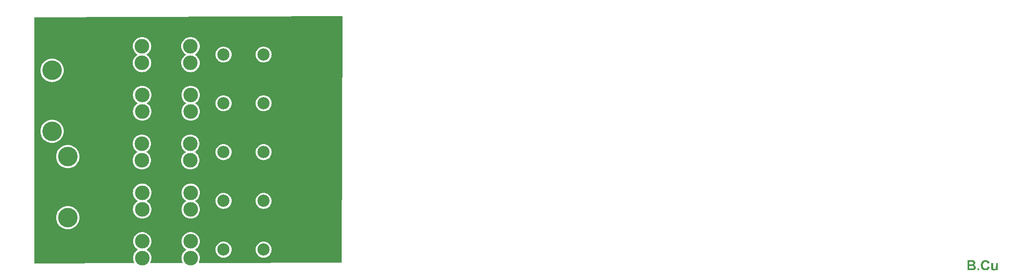
<source format=gbr>
%TF.GenerationSoftware,KiCad,Pcbnew,8.0.2-1*%
%TF.CreationDate,2024-10-12T14:19:07-07:00*%
%TF.ProjectId,PowerDistribution,506f7765-7244-4697-9374-726962757469,R2*%
%TF.SameCoordinates,Original*%
%TF.FileFunction,Copper,L2,Bot*%
%TF.FilePolarity,Positive*%
%FSLAX46Y46*%
G04 Gerber Fmt 4.6, Leading zero omitted, Abs format (unit mm)*
G04 Created by KiCad (PCBNEW 8.0.2-1) date 2024-10-12 14:19:07*
%MOMM*%
%LPD*%
G01*
G04 APERTURE LIST*
%ADD10C,0.300000*%
%TA.AperFunction,NonConductor*%
%ADD11C,0.300000*%
%TD*%
%TA.AperFunction,ComponentPad*%
%ADD12C,3.000000*%
%TD*%
%TA.AperFunction,ComponentPad*%
%ADD13C,4.000000*%
%TD*%
%TA.AperFunction,ComponentPad*%
%ADD14C,2.500000*%
%TD*%
G04 APERTURE END LIST*
D10*
D11*
G36*
X366252608Y-103254943D02*
G01*
X366352713Y-103258526D01*
X366456122Y-103266668D01*
X366514147Y-103274790D01*
X366613960Y-103301239D01*
X366704083Y-103344978D01*
X366728053Y-103360650D01*
X366804484Y-103425898D01*
X366868755Y-103507866D01*
X366884884Y-103534356D01*
X366925694Y-103626686D01*
X366945699Y-103727863D01*
X366947915Y-103777543D01*
X366937027Y-103883628D01*
X366904364Y-103983012D01*
X366870492Y-104045546D01*
X366804678Y-104128529D01*
X366723369Y-104194344D01*
X366660556Y-104228681D01*
X366758933Y-104265475D01*
X366852125Y-104320631D01*
X366928354Y-104390811D01*
X366947915Y-104414795D01*
X367001044Y-104501502D01*
X367034496Y-104597224D01*
X367048270Y-104701961D01*
X367048664Y-104723990D01*
X367039521Y-104827911D01*
X367012093Y-104929738D01*
X366983648Y-104996460D01*
X366928257Y-105088004D01*
X366859604Y-105164613D01*
X366806469Y-105207388D01*
X366714948Y-105258057D01*
X366618056Y-105289544D01*
X366529533Y-105304663D01*
X366424078Y-105311231D01*
X366321063Y-105314434D01*
X366210535Y-105316574D01*
X366102754Y-105317931D01*
X366031246Y-105318560D01*
X365334439Y-105318560D01*
X365334439Y-104969163D01*
X365747362Y-104969163D01*
X366130010Y-104969163D01*
X366231473Y-104968388D01*
X366337657Y-104964789D01*
X366413398Y-104956756D01*
X366510771Y-104920510D01*
X366563281Y-104876355D01*
X366611765Y-104784931D01*
X366621348Y-104704635D01*
X366605602Y-104606580D01*
X366576681Y-104550781D01*
X366500957Y-104482364D01*
X366447643Y-104458469D01*
X366346410Y-104439510D01*
X366238035Y-104432047D01*
X366132085Y-104429445D01*
X366080876Y-104429187D01*
X365747362Y-104429187D01*
X365747362Y-104969163D01*
X365334439Y-104969163D01*
X365334439Y-104079791D01*
X365747362Y-104079791D01*
X366018342Y-104079791D01*
X366127528Y-104079357D01*
X366231907Y-104077593D01*
X366318108Y-104072843D01*
X366418068Y-104045546D01*
X366484866Y-103998894D01*
X366535836Y-103912756D01*
X366545911Y-103838092D01*
X366527364Y-103737119D01*
X366493303Y-103682750D01*
X366408195Y-103626528D01*
X366337960Y-103610290D01*
X366229666Y-103605303D01*
X366116114Y-103603776D01*
X366002608Y-103603348D01*
X365984594Y-103603342D01*
X365747362Y-103603342D01*
X365747362Y-104079791D01*
X365334439Y-104079791D01*
X365334439Y-103253945D01*
X366152344Y-103253945D01*
X366252608Y-103254943D01*
G37*
G36*
X367382675Y-105318560D02*
G01*
X367382675Y-104937400D01*
X367775249Y-104937400D01*
X367775249Y-105318560D01*
X367382675Y-105318560D01*
G37*
G36*
X369485008Y-104524477D02*
G01*
X369885523Y-104651530D01*
X369853695Y-104753052D01*
X369815905Y-104846067D01*
X369762689Y-104946457D01*
X369700887Y-105034599D01*
X369630502Y-105110493D01*
X369578809Y-105154284D01*
X369494529Y-105210112D01*
X369402118Y-105254389D01*
X369301576Y-105287116D01*
X369192903Y-105308292D01*
X369076100Y-105317918D01*
X369035359Y-105318560D01*
X368935757Y-105314248D01*
X368817624Y-105296732D01*
X368706567Y-105265742D01*
X368602586Y-105221279D01*
X368505681Y-105163341D01*
X368415852Y-105091930D01*
X368365352Y-105042616D01*
X368289860Y-104951440D01*
X368227163Y-104850377D01*
X368177261Y-104739426D01*
X368146553Y-104643547D01*
X368124033Y-104541340D01*
X368109702Y-104432805D01*
X368103560Y-104317942D01*
X368103305Y-104288238D01*
X368107422Y-104165217D01*
X368119776Y-104049269D01*
X368140364Y-103940392D01*
X368169189Y-103838589D01*
X368206248Y-103743857D01*
X368264154Y-103635388D01*
X368334928Y-103537969D01*
X368366841Y-103502096D01*
X368453398Y-103421457D01*
X368548049Y-103354485D01*
X368650794Y-103301181D01*
X368761633Y-103261545D01*
X368880566Y-103235576D01*
X368981540Y-103224642D01*
X369060670Y-103222182D01*
X369174623Y-103227925D01*
X369281670Y-103245155D01*
X369381810Y-103273872D01*
X369475043Y-103314075D01*
X369561370Y-103365765D01*
X369640790Y-103428942D01*
X369670625Y-103457429D01*
X369736012Y-103534728D01*
X369792715Y-103627164D01*
X369835205Y-103720463D01*
X369871045Y-103825351D01*
X369880064Y-103857448D01*
X369471111Y-103920975D01*
X369436879Y-103817775D01*
X369383997Y-103730645D01*
X369319739Y-103665379D01*
X369234715Y-103611975D01*
X369137961Y-103580739D01*
X369039825Y-103571578D01*
X368931508Y-103581690D01*
X368833860Y-103612027D01*
X368746884Y-103662588D01*
X368670577Y-103733373D01*
X368608695Y-103826832D01*
X368569051Y-103929220D01*
X368545845Y-104032292D01*
X368532585Y-104149497D01*
X368529131Y-104257963D01*
X368532536Y-104372757D01*
X368542750Y-104476743D01*
X368563996Y-104587259D01*
X368595048Y-104682212D01*
X368643669Y-104773319D01*
X368668592Y-104805880D01*
X368743565Y-104877316D01*
X368829021Y-104928342D01*
X368924963Y-104958958D01*
X369031388Y-104969163D01*
X369139215Y-104956496D01*
X369236134Y-104918494D01*
X369314776Y-104861962D01*
X369382368Y-104782942D01*
X369432013Y-104691269D01*
X369467242Y-104593436D01*
X369485008Y-104524477D01*
G37*
G36*
X371201218Y-105318560D02*
G01*
X371201218Y-105096713D01*
X371133357Y-105178486D01*
X371051118Y-105245882D01*
X370988305Y-105282826D01*
X370896067Y-105321254D01*
X370791297Y-105344984D01*
X370709880Y-105350323D01*
X370602469Y-105341040D01*
X370503574Y-105313193D01*
X370442373Y-105284315D01*
X370356810Y-105221919D01*
X370292870Y-105141994D01*
X370270653Y-105099194D01*
X370238293Y-104996716D01*
X370222735Y-104891804D01*
X370217601Y-104782217D01*
X370217549Y-104769154D01*
X370217549Y-103825685D01*
X370609627Y-103825685D01*
X370609627Y-104519018D01*
X370610377Y-104629662D01*
X370613149Y-104736871D01*
X370619714Y-104840094D01*
X370630968Y-104909111D01*
X370680563Y-104996718D01*
X370709880Y-105022764D01*
X370803349Y-105060382D01*
X370855296Y-105064453D01*
X370955932Y-105048625D01*
X371034957Y-105008371D01*
X371108833Y-104936799D01*
X371144144Y-104869407D01*
X371163102Y-104761936D01*
X371169965Y-104656309D01*
X371172968Y-104539203D01*
X371173425Y-104461943D01*
X371173425Y-103825685D01*
X371565504Y-103825685D01*
X371565504Y-105318560D01*
X371201218Y-105318560D01*
G37*
D12*
%TO.P,F1,1*%
%TO.N,/Fuse1*%
X206373370Y-102783471D03*
X206373370Y-99383471D03*
%TO.P,F1,2*%
%TO.N,+BATT*%
X196453370Y-102783471D03*
X196453370Y-99383471D03*
%TD*%
D13*
%TO.P,J3,1,Pin_1*%
%TO.N,-BATT*%
X185494370Y-76831471D03*
X185494370Y-64331471D03*
%TO.P,J3,2,Pin_2*%
%TO.N,+BATT*%
X177994370Y-76831471D03*
X177994370Y-64331471D03*
%TD*%
D12*
%TO.P,F2,1*%
%TO.N,/Fuse2*%
X206363370Y-92823471D03*
X206363370Y-89423471D03*
%TO.P,F2,2*%
%TO.N,+BATT*%
X196443370Y-92823471D03*
X196443370Y-89423471D03*
%TD*%
D14*
%TO.P,J2,1,Pin_1*%
%TO.N,/Fuse1*%
X213093371Y-101083474D03*
X221293370Y-101083474D03*
%TO.P,J2,2,Pin_2*%
%TO.N,-BATT*%
X213093371Y-96083472D03*
X221293370Y-96083472D03*
%TO.P,J2,3,Pin_3*%
%TO.N,/Fuse2*%
X213093371Y-91083471D03*
X221293370Y-91083471D03*
%TO.P,J2,4,Pin_4*%
%TO.N,-BATT*%
X213093371Y-86083471D03*
X221293370Y-86083471D03*
%TO.P,J2,5,Pin_5*%
%TO.N,/Fuse3*%
X213093371Y-81083471D03*
X221293370Y-81083471D03*
%TO.P,J2,6,Pin_6*%
%TO.N,-BATT*%
X213093371Y-76083471D03*
X221293370Y-76083471D03*
%TO.P,J2,7,Pin_7*%
%TO.N,/Fuse4*%
X213093371Y-71083471D03*
X221293370Y-71083471D03*
%TO.P,J2,8,Pin_8*%
%TO.N,-BATT*%
X213093371Y-66083471D03*
X221293370Y-66083471D03*
%TO.P,J2,9,Pin_9*%
%TO.N,/Fuse5*%
X213093371Y-61083471D03*
X221293370Y-61083471D03*
%TO.P,J2,10,Pin_10*%
%TO.N,-BATT*%
X213093371Y-56083470D03*
X221293370Y-56083470D03*
%TD*%
D12*
%TO.P,F5,1*%
%TO.N,/Fuse5*%
X206323370Y-62803471D03*
X206323370Y-59403471D03*
%TO.P,F5,2*%
%TO.N,+BATT*%
X196403370Y-62803471D03*
X196403370Y-59403471D03*
%TD*%
%TO.P,F3,1*%
%TO.N,/Fuse3*%
X206293370Y-82763471D03*
X206293370Y-79363471D03*
%TO.P,F3,2*%
%TO.N,+BATT*%
X196373370Y-82763471D03*
X196373370Y-79363471D03*
%TD*%
%TO.P,F4,1*%
%TO.N,/Fuse4*%
X206363370Y-72773471D03*
X206363370Y-69373471D03*
%TO.P,F4,2*%
%TO.N,+BATT*%
X196443370Y-72773471D03*
X196443370Y-69373471D03*
%TD*%
D13*
%TO.P,J1,1,Pin_1*%
%TO.N,+BATT*%
X181210768Y-82019172D03*
X181210768Y-94519172D03*
%TO.P,J1,2,Pin_2*%
%TO.N,-BATT*%
X188710768Y-82019172D03*
X188710768Y-94519172D03*
%TD*%
%TA.AperFunction,Conductor*%
%TO.N,-BATT*%
G36*
X237405709Y-53253338D02*
G01*
X237451631Y-53305997D01*
X237462999Y-53358233D01*
X237313735Y-103630212D01*
X237293852Y-103697193D01*
X237240912Y-103742791D01*
X237190110Y-103753843D01*
X208148723Y-103841511D01*
X208081625Y-103822029D01*
X208035711Y-103769364D01*
X208025558Y-103700236D01*
X208039517Y-103658085D01*
X208058852Y-103622674D01*
X208089214Y-103567071D01*
X208183267Y-103314905D01*
X208240476Y-103051920D01*
X208259676Y-102783471D01*
X208240476Y-102515022D01*
X208183267Y-102252037D01*
X208089214Y-101999871D01*
X207994519Y-101826450D01*
X207960235Y-101763662D01*
X207960230Y-101763654D01*
X207798951Y-101548210D01*
X207798935Y-101548192D01*
X207608648Y-101357905D01*
X207608630Y-101357889D01*
X207393186Y-101196610D01*
X207393178Y-101196605D01*
X207385302Y-101192305D01*
X207335895Y-101142902D01*
X207322965Y-101083474D01*
X211456826Y-101083474D01*
X211476975Y-101339489D01*
X211536921Y-101589184D01*
X211536925Y-101589196D01*
X211635196Y-101826445D01*
X211635198Y-101826449D01*
X211635199Y-101826450D01*
X211769378Y-102045411D01*
X211936159Y-102240686D01*
X212131434Y-102407467D01*
X212350395Y-102541646D01*
X212350397Y-102541646D01*
X212350399Y-102541648D01*
X212424374Y-102572289D01*
X212587651Y-102639921D01*
X212837359Y-102699870D01*
X213093371Y-102720019D01*
X213349383Y-102699870D01*
X213599091Y-102639921D01*
X213836347Y-102541646D01*
X214055308Y-102407467D01*
X214250583Y-102240686D01*
X214417364Y-102045411D01*
X214551543Y-101826450D01*
X214649818Y-101589194D01*
X214709767Y-101339486D01*
X214729916Y-101083474D01*
X219656825Y-101083474D01*
X219676974Y-101339489D01*
X219736920Y-101589184D01*
X219736924Y-101589196D01*
X219835195Y-101826445D01*
X219835197Y-101826449D01*
X219835198Y-101826450D01*
X219969377Y-102045411D01*
X220136158Y-102240686D01*
X220331433Y-102407467D01*
X220550394Y-102541646D01*
X220550396Y-102541646D01*
X220550398Y-102541648D01*
X220624373Y-102572289D01*
X220787650Y-102639921D01*
X221037358Y-102699870D01*
X221293370Y-102720019D01*
X221549382Y-102699870D01*
X221799090Y-102639921D01*
X222036346Y-102541646D01*
X222255307Y-102407467D01*
X222450582Y-102240686D01*
X222617363Y-102045411D01*
X222751542Y-101826450D01*
X222849817Y-101589194D01*
X222909766Y-101339486D01*
X222929915Y-101083474D01*
X222909766Y-100827462D01*
X222849817Y-100577754D01*
X222751542Y-100340498D01*
X222617363Y-100121537D01*
X222450582Y-99926262D01*
X222255307Y-99759481D01*
X222036346Y-99625302D01*
X222036345Y-99625301D01*
X222036341Y-99625299D01*
X221799092Y-99527028D01*
X221799094Y-99527028D01*
X221799090Y-99527027D01*
X221799086Y-99527026D01*
X221799080Y-99527024D01*
X221549385Y-99467078D01*
X221293370Y-99446929D01*
X221037354Y-99467078D01*
X220787659Y-99527024D01*
X220787647Y-99527028D01*
X220550398Y-99625299D01*
X220331432Y-99759481D01*
X220136158Y-99926262D01*
X219969377Y-100121536D01*
X219835195Y-100340502D01*
X219736924Y-100577751D01*
X219736920Y-100577763D01*
X219676974Y-100827458D01*
X219656825Y-101083474D01*
X214729916Y-101083474D01*
X214709767Y-100827462D01*
X214649818Y-100577754D01*
X214551543Y-100340498D01*
X214417364Y-100121537D01*
X214250583Y-99926262D01*
X214055308Y-99759481D01*
X213836347Y-99625302D01*
X213836346Y-99625301D01*
X213836342Y-99625299D01*
X213599093Y-99527028D01*
X213599095Y-99527028D01*
X213599091Y-99527027D01*
X213599087Y-99527026D01*
X213599081Y-99527024D01*
X213349386Y-99467078D01*
X213093371Y-99446929D01*
X212837355Y-99467078D01*
X212587660Y-99527024D01*
X212587648Y-99527028D01*
X212350399Y-99625299D01*
X212131433Y-99759481D01*
X211936159Y-99926262D01*
X211769378Y-100121536D01*
X211635196Y-100340502D01*
X211536925Y-100577751D01*
X211536921Y-100577763D01*
X211476975Y-100827458D01*
X211456826Y-101083474D01*
X207322965Y-101083474D01*
X207321041Y-101074629D01*
X207345455Y-101009164D01*
X207385302Y-100974637D01*
X207387793Y-100973276D01*
X207393184Y-100970333D01*
X207608638Y-100809046D01*
X207798945Y-100618739D01*
X207960232Y-100403285D01*
X208089214Y-100167071D01*
X208183267Y-99914905D01*
X208240476Y-99651920D01*
X208259676Y-99383471D01*
X208240476Y-99115022D01*
X208183267Y-98852037D01*
X208089214Y-98599871D01*
X207960232Y-98363657D01*
X207960230Y-98363654D01*
X207798951Y-98148210D01*
X207798935Y-98148192D01*
X207608648Y-97957905D01*
X207608630Y-97957889D01*
X207393186Y-97796610D01*
X207393178Y-97796605D01*
X207156975Y-97667629D01*
X207156971Y-97667627D01*
X207061370Y-97631970D01*
X206904804Y-97573574D01*
X206904800Y-97573573D01*
X206904797Y-97573572D01*
X206641827Y-97516366D01*
X206641820Y-97516365D01*
X206373371Y-97497165D01*
X206373369Y-97497165D01*
X206104919Y-97516365D01*
X206104912Y-97516366D01*
X205841942Y-97573572D01*
X205841937Y-97573573D01*
X205841936Y-97573574D01*
X205780969Y-97596313D01*
X205589768Y-97667627D01*
X205589764Y-97667629D01*
X205353561Y-97796605D01*
X205353553Y-97796610D01*
X205138109Y-97957889D01*
X205138091Y-97957905D01*
X204947804Y-98148192D01*
X204947788Y-98148210D01*
X204786509Y-98363654D01*
X204786504Y-98363662D01*
X204657528Y-98599865D01*
X204657526Y-98599869D01*
X204563471Y-98852043D01*
X204506265Y-99115013D01*
X204506264Y-99115020D01*
X204487064Y-99383469D01*
X204487064Y-99383472D01*
X204506264Y-99651921D01*
X204506265Y-99651928D01*
X204563471Y-99914898D01*
X204563473Y-99914905D01*
X204621869Y-100071471D01*
X204657526Y-100167072D01*
X204657528Y-100167076D01*
X204786504Y-100403279D01*
X204786509Y-100403287D01*
X204947788Y-100618731D01*
X204947804Y-100618749D01*
X205138091Y-100809036D01*
X205138109Y-100809052D01*
X205353553Y-100970331D01*
X205353561Y-100970336D01*
X205361441Y-100974639D01*
X205410846Y-101024044D01*
X205425698Y-101092317D01*
X205401281Y-101157781D01*
X205361441Y-101192303D01*
X205353561Y-101196605D01*
X205353553Y-101196610D01*
X205138109Y-101357889D01*
X205138091Y-101357905D01*
X204947804Y-101548192D01*
X204947788Y-101548210D01*
X204786509Y-101763654D01*
X204786504Y-101763662D01*
X204657528Y-101999865D01*
X204657526Y-101999869D01*
X204563471Y-102252043D01*
X204506265Y-102515013D01*
X204506264Y-102515020D01*
X204487064Y-102783469D01*
X204487064Y-102783472D01*
X204506264Y-103051921D01*
X204506265Y-103051928D01*
X204563471Y-103314898D01*
X204563473Y-103314905D01*
X204621869Y-103471471D01*
X204657526Y-103567072D01*
X204713065Y-103668785D01*
X204727916Y-103737058D01*
X204703499Y-103802522D01*
X204647565Y-103844393D01*
X204604606Y-103852210D01*
X198212344Y-103871506D01*
X198145246Y-103852024D01*
X198099332Y-103799359D01*
X198089179Y-103730231D01*
X198103138Y-103688080D01*
X198119517Y-103658085D01*
X198169214Y-103567071D01*
X198263267Y-103314905D01*
X198320476Y-103051920D01*
X198339676Y-102783471D01*
X198320476Y-102515022D01*
X198263267Y-102252037D01*
X198169214Y-101999871D01*
X198074519Y-101826450D01*
X198040235Y-101763662D01*
X198040230Y-101763654D01*
X197878951Y-101548210D01*
X197878935Y-101548192D01*
X197688648Y-101357905D01*
X197688630Y-101357889D01*
X197473186Y-101196610D01*
X197473178Y-101196605D01*
X197465302Y-101192305D01*
X197415895Y-101142902D01*
X197401041Y-101074629D01*
X197425455Y-101009164D01*
X197465302Y-100974637D01*
X197467793Y-100973276D01*
X197473184Y-100970333D01*
X197688638Y-100809046D01*
X197878945Y-100618739D01*
X198040232Y-100403285D01*
X198169214Y-100167071D01*
X198263267Y-99914905D01*
X198320476Y-99651920D01*
X198339676Y-99383471D01*
X198320476Y-99115022D01*
X198263267Y-98852037D01*
X198169214Y-98599871D01*
X198040232Y-98363657D01*
X198040230Y-98363654D01*
X197878951Y-98148210D01*
X197878935Y-98148192D01*
X197688648Y-97957905D01*
X197688630Y-97957889D01*
X197473186Y-97796610D01*
X197473178Y-97796605D01*
X197236975Y-97667629D01*
X197236971Y-97667627D01*
X197141370Y-97631970D01*
X196984804Y-97573574D01*
X196984800Y-97573573D01*
X196984797Y-97573572D01*
X196721827Y-97516366D01*
X196721820Y-97516365D01*
X196453371Y-97497165D01*
X196453369Y-97497165D01*
X196184919Y-97516365D01*
X196184912Y-97516366D01*
X195921942Y-97573572D01*
X195921937Y-97573573D01*
X195921936Y-97573574D01*
X195860969Y-97596313D01*
X195669768Y-97667627D01*
X195669764Y-97667629D01*
X195433561Y-97796605D01*
X195433553Y-97796610D01*
X195218109Y-97957889D01*
X195218091Y-97957905D01*
X195027804Y-98148192D01*
X195027788Y-98148210D01*
X194866509Y-98363654D01*
X194866504Y-98363662D01*
X194737528Y-98599865D01*
X194737526Y-98599869D01*
X194643471Y-98852043D01*
X194586265Y-99115013D01*
X194586264Y-99115020D01*
X194567064Y-99383469D01*
X194567064Y-99383472D01*
X194586264Y-99651921D01*
X194586265Y-99651928D01*
X194643471Y-99914898D01*
X194643473Y-99914905D01*
X194701869Y-100071471D01*
X194737526Y-100167072D01*
X194737528Y-100167076D01*
X194866504Y-100403279D01*
X194866509Y-100403287D01*
X195027788Y-100618731D01*
X195027804Y-100618749D01*
X195218091Y-100809036D01*
X195218109Y-100809052D01*
X195433553Y-100970331D01*
X195433561Y-100970336D01*
X195441441Y-100974639D01*
X195490846Y-101024044D01*
X195505698Y-101092317D01*
X195481281Y-101157781D01*
X195441441Y-101192303D01*
X195433561Y-101196605D01*
X195433553Y-101196610D01*
X195218109Y-101357889D01*
X195218091Y-101357905D01*
X195027804Y-101548192D01*
X195027788Y-101548210D01*
X194866509Y-101763654D01*
X194866504Y-101763662D01*
X194737528Y-101999865D01*
X194737526Y-101999869D01*
X194643471Y-102252043D01*
X194586265Y-102515013D01*
X194586264Y-102515020D01*
X194567064Y-102783469D01*
X194567064Y-102783472D01*
X194586264Y-103051921D01*
X194586265Y-103051928D01*
X194643471Y-103314898D01*
X194643473Y-103314905D01*
X194701869Y-103471471D01*
X194737526Y-103567072D01*
X194737528Y-103567077D01*
X194809389Y-103698680D01*
X194824241Y-103766953D01*
X194799824Y-103832418D01*
X194743890Y-103874289D01*
X194700931Y-103882106D01*
X174497621Y-103943095D01*
X174430523Y-103923613D01*
X174384609Y-103870948D01*
X174373247Y-103819219D01*
X174371956Y-102515013D01*
X174364041Y-94519172D01*
X178824158Y-94519172D01*
X178835392Y-94690575D01*
X178844576Y-94830685D01*
X178844578Y-94830697D01*
X178905478Y-95136864D01*
X178905483Y-95136884D01*
X179005824Y-95432480D01*
X179005828Y-95432490D01*
X179143899Y-95712469D01*
X179143906Y-95712482D01*
X179317344Y-95972049D01*
X179523179Y-96206760D01*
X179706466Y-96367498D01*
X179757892Y-96412597D01*
X180017463Y-96586037D01*
X180153338Y-96653043D01*
X180297449Y-96724111D01*
X180297459Y-96724115D01*
X180593055Y-96824456D01*
X180593059Y-96824457D01*
X180593068Y-96824460D01*
X180899253Y-96885364D01*
X181210768Y-96905782D01*
X181522283Y-96885364D01*
X181828468Y-96824460D01*
X181828480Y-96824456D01*
X182124076Y-96724115D01*
X182124086Y-96724111D01*
X182404073Y-96586037D01*
X182663644Y-96412597D01*
X182898356Y-96206760D01*
X183104193Y-95972048D01*
X183277633Y-95712477D01*
X183415708Y-95432488D01*
X183516056Y-95136872D01*
X183576960Y-94830687D01*
X183597378Y-94519172D01*
X183576960Y-94207657D01*
X183516056Y-93901472D01*
X183496305Y-93843287D01*
X183415711Y-93605863D01*
X183415707Y-93605853D01*
X183277636Y-93325874D01*
X183277633Y-93325867D01*
X183104193Y-93066296D01*
X183059094Y-93014870D01*
X182898356Y-92831583D01*
X182663645Y-92625748D01*
X182404078Y-92452310D01*
X182404075Y-92452308D01*
X182404073Y-92452307D01*
X182404065Y-92452303D01*
X182124086Y-92314232D01*
X182124076Y-92314228D01*
X181828480Y-92213887D01*
X181828460Y-92213882D01*
X181522293Y-92152982D01*
X181522283Y-92152980D01*
X181210768Y-92132562D01*
X180899253Y-92152980D01*
X180899247Y-92152981D01*
X180899242Y-92152982D01*
X180593075Y-92213882D01*
X180593055Y-92213887D01*
X180297459Y-92314228D01*
X180297449Y-92314232D01*
X180017470Y-92452303D01*
X180017457Y-92452310D01*
X179757890Y-92625748D01*
X179523179Y-92831583D01*
X179317344Y-93066294D01*
X179143906Y-93325861D01*
X179143899Y-93325874D01*
X179005828Y-93605853D01*
X179005824Y-93605863D01*
X178905483Y-93901459D01*
X178905478Y-93901479D01*
X178844578Y-94207646D01*
X178844576Y-94207657D01*
X178824158Y-94519172D01*
X174364041Y-94519172D01*
X174358997Y-89423469D01*
X194557064Y-89423469D01*
X194557064Y-89423472D01*
X194576264Y-89691921D01*
X194576265Y-89691928D01*
X194590960Y-89759478D01*
X194633473Y-89954905D01*
X194691869Y-90111471D01*
X194727526Y-90207072D01*
X194727528Y-90207076D01*
X194856504Y-90443279D01*
X194856509Y-90443287D01*
X195017788Y-90658731D01*
X195017804Y-90658749D01*
X195208091Y-90849036D01*
X195208109Y-90849052D01*
X195423553Y-91010331D01*
X195423561Y-91010336D01*
X195431441Y-91014639D01*
X195480846Y-91064044D01*
X195495698Y-91132317D01*
X195471281Y-91197781D01*
X195431441Y-91232303D01*
X195423561Y-91236605D01*
X195423553Y-91236610D01*
X195208109Y-91397889D01*
X195208091Y-91397905D01*
X195017804Y-91588192D01*
X195017788Y-91588210D01*
X194856509Y-91803654D01*
X194856504Y-91803662D01*
X194727528Y-92039865D01*
X194727526Y-92039869D01*
X194633471Y-92292043D01*
X194576265Y-92555013D01*
X194576264Y-92555020D01*
X194557064Y-92823469D01*
X194557064Y-92823472D01*
X194576264Y-93091921D01*
X194576265Y-93091928D01*
X194633471Y-93354898D01*
X194633473Y-93354905D01*
X194691869Y-93511471D01*
X194727526Y-93607072D01*
X194727528Y-93607076D01*
X194856504Y-93843279D01*
X194856509Y-93843287D01*
X195017788Y-94058731D01*
X195017804Y-94058749D01*
X195208091Y-94249036D01*
X195208109Y-94249052D01*
X195423553Y-94410331D01*
X195423561Y-94410336D01*
X195659764Y-94539312D01*
X195659768Y-94539314D01*
X195659770Y-94539315D01*
X195911936Y-94633368D01*
X196174921Y-94690577D01*
X196422689Y-94708297D01*
X196443369Y-94709777D01*
X196443370Y-94709777D01*
X196443371Y-94709777D01*
X196462571Y-94708403D01*
X196711819Y-94690577D01*
X196974804Y-94633368D01*
X197226970Y-94539315D01*
X197463184Y-94410333D01*
X197678638Y-94249046D01*
X197868945Y-94058739D01*
X198030232Y-93843285D01*
X198159214Y-93607071D01*
X198253267Y-93354905D01*
X198310476Y-93091920D01*
X198329676Y-92823471D01*
X198310476Y-92555022D01*
X198253267Y-92292037D01*
X198159214Y-92039871D01*
X198042673Y-91826442D01*
X198030235Y-91803662D01*
X198030230Y-91803654D01*
X197868951Y-91588210D01*
X197868935Y-91588192D01*
X197678648Y-91397905D01*
X197678630Y-91397889D01*
X197463186Y-91236610D01*
X197463178Y-91236605D01*
X197455302Y-91232305D01*
X197405895Y-91182902D01*
X197391041Y-91114629D01*
X197415455Y-91049164D01*
X197455302Y-91014637D01*
X197457793Y-91013276D01*
X197463184Y-91010333D01*
X197678638Y-90849046D01*
X197868945Y-90658739D01*
X198030232Y-90443285D01*
X198159214Y-90207071D01*
X198253267Y-89954905D01*
X198310476Y-89691920D01*
X198329676Y-89423471D01*
X198329676Y-89423469D01*
X204477064Y-89423469D01*
X204477064Y-89423472D01*
X204496264Y-89691921D01*
X204496265Y-89691928D01*
X204510960Y-89759478D01*
X204553473Y-89954905D01*
X204611869Y-90111471D01*
X204647526Y-90207072D01*
X204647528Y-90207076D01*
X204776504Y-90443279D01*
X204776509Y-90443287D01*
X204937788Y-90658731D01*
X204937804Y-90658749D01*
X205128091Y-90849036D01*
X205128109Y-90849052D01*
X205343553Y-91010331D01*
X205343561Y-91010336D01*
X205351441Y-91014639D01*
X205400846Y-91064044D01*
X205415698Y-91132317D01*
X205391281Y-91197781D01*
X205351441Y-91232303D01*
X205343561Y-91236605D01*
X205343553Y-91236610D01*
X205128109Y-91397889D01*
X205128091Y-91397905D01*
X204937804Y-91588192D01*
X204937788Y-91588210D01*
X204776509Y-91803654D01*
X204776504Y-91803662D01*
X204647528Y-92039865D01*
X204647526Y-92039869D01*
X204553471Y-92292043D01*
X204496265Y-92555013D01*
X204496264Y-92555020D01*
X204477064Y-92823469D01*
X204477064Y-92823472D01*
X204496264Y-93091921D01*
X204496265Y-93091928D01*
X204553471Y-93354898D01*
X204553473Y-93354905D01*
X204611869Y-93511471D01*
X204647526Y-93607072D01*
X204647528Y-93607076D01*
X204776504Y-93843279D01*
X204776509Y-93843287D01*
X204937788Y-94058731D01*
X204937804Y-94058749D01*
X205128091Y-94249036D01*
X205128109Y-94249052D01*
X205343553Y-94410331D01*
X205343561Y-94410336D01*
X205579764Y-94539312D01*
X205579768Y-94539314D01*
X205579770Y-94539315D01*
X205831936Y-94633368D01*
X206094921Y-94690577D01*
X206342689Y-94708297D01*
X206363369Y-94709777D01*
X206363370Y-94709777D01*
X206363371Y-94709777D01*
X206382571Y-94708403D01*
X206631819Y-94690577D01*
X206894804Y-94633368D01*
X207146970Y-94539315D01*
X207383184Y-94410333D01*
X207598638Y-94249046D01*
X207788945Y-94058739D01*
X207950232Y-93843285D01*
X208079214Y-93607071D01*
X208173267Y-93354905D01*
X208230476Y-93091920D01*
X208249676Y-92823471D01*
X208230476Y-92555022D01*
X208173267Y-92292037D01*
X208079214Y-92039871D01*
X207962673Y-91826442D01*
X207950235Y-91803662D01*
X207950230Y-91803654D01*
X207788951Y-91588210D01*
X207788935Y-91588192D01*
X207598648Y-91397905D01*
X207598630Y-91397889D01*
X207383186Y-91236610D01*
X207383178Y-91236605D01*
X207375302Y-91232305D01*
X207325895Y-91182902D01*
X207311041Y-91114629D01*
X207322661Y-91083471D01*
X211456826Y-91083471D01*
X211476975Y-91339486D01*
X211536921Y-91589181D01*
X211536925Y-91589193D01*
X211635196Y-91826442D01*
X211635198Y-91826446D01*
X211635199Y-91826447D01*
X211769378Y-92045408D01*
X211936159Y-92240683D01*
X212131434Y-92407464D01*
X212350395Y-92541643D01*
X212350397Y-92541643D01*
X212350399Y-92541645D01*
X212424374Y-92572286D01*
X212587651Y-92639918D01*
X212837359Y-92699867D01*
X213093371Y-92720016D01*
X213349383Y-92699867D01*
X213599091Y-92639918D01*
X213836347Y-92541643D01*
X214055308Y-92407464D01*
X214250583Y-92240683D01*
X214417364Y-92045408D01*
X214551543Y-91826447D01*
X214649818Y-91589191D01*
X214709767Y-91339483D01*
X214729916Y-91083471D01*
X219656825Y-91083471D01*
X219676974Y-91339486D01*
X219736920Y-91589181D01*
X219736924Y-91589193D01*
X219835195Y-91826442D01*
X219835197Y-91826446D01*
X219835198Y-91826447D01*
X219969377Y-92045408D01*
X220136158Y-92240683D01*
X220331433Y-92407464D01*
X220550394Y-92541643D01*
X220550396Y-92541643D01*
X220550398Y-92541645D01*
X220624373Y-92572286D01*
X220787650Y-92639918D01*
X221037358Y-92699867D01*
X221293370Y-92720016D01*
X221549382Y-92699867D01*
X221799090Y-92639918D01*
X222036346Y-92541643D01*
X222255307Y-92407464D01*
X222450582Y-92240683D01*
X222617363Y-92045408D01*
X222751542Y-91826447D01*
X222849817Y-91589191D01*
X222909766Y-91339483D01*
X222929915Y-91083471D01*
X222909766Y-90827459D01*
X222849817Y-90577751D01*
X222751542Y-90340495D01*
X222617363Y-90121534D01*
X222450582Y-89926259D01*
X222255307Y-89759478D01*
X222036346Y-89625299D01*
X222036345Y-89625298D01*
X222036341Y-89625296D01*
X221799092Y-89527025D01*
X221799094Y-89527025D01*
X221799090Y-89527024D01*
X221799086Y-89527023D01*
X221799080Y-89527021D01*
X221549385Y-89467075D01*
X221293370Y-89446926D01*
X221037354Y-89467075D01*
X220787659Y-89527021D01*
X220787647Y-89527025D01*
X220550398Y-89625296D01*
X220331432Y-89759478D01*
X220136158Y-89926259D01*
X219969377Y-90121533D01*
X219835195Y-90340499D01*
X219736924Y-90577748D01*
X219736920Y-90577760D01*
X219676974Y-90827455D01*
X219656825Y-91083471D01*
X214729916Y-91083471D01*
X214709767Y-90827459D01*
X214649818Y-90577751D01*
X214551543Y-90340495D01*
X214417364Y-90121534D01*
X214250583Y-89926259D01*
X214055308Y-89759478D01*
X213836347Y-89625299D01*
X213836346Y-89625298D01*
X213836342Y-89625296D01*
X213599093Y-89527025D01*
X213599095Y-89527025D01*
X213599091Y-89527024D01*
X213599087Y-89527023D01*
X213599081Y-89527021D01*
X213349386Y-89467075D01*
X213093371Y-89446926D01*
X212837355Y-89467075D01*
X212587660Y-89527021D01*
X212587648Y-89527025D01*
X212350399Y-89625296D01*
X212131433Y-89759478D01*
X211936159Y-89926259D01*
X211769378Y-90121533D01*
X211635196Y-90340499D01*
X211536925Y-90577748D01*
X211536921Y-90577760D01*
X211476975Y-90827455D01*
X211456826Y-91083471D01*
X207322661Y-91083471D01*
X207335455Y-91049164D01*
X207375302Y-91014637D01*
X207377793Y-91013276D01*
X207383184Y-91010333D01*
X207598638Y-90849046D01*
X207788945Y-90658739D01*
X207950232Y-90443285D01*
X208079214Y-90207071D01*
X208173267Y-89954905D01*
X208230476Y-89691920D01*
X208249676Y-89423471D01*
X208230476Y-89155022D01*
X208173267Y-88892037D01*
X208079214Y-88639871D01*
X207950232Y-88403657D01*
X207950230Y-88403654D01*
X207788951Y-88188210D01*
X207788935Y-88188192D01*
X207598648Y-87997905D01*
X207598630Y-87997889D01*
X207383186Y-87836610D01*
X207383178Y-87836605D01*
X207146975Y-87707629D01*
X207146971Y-87707627D01*
X207051370Y-87671970D01*
X206894804Y-87613574D01*
X206894800Y-87613573D01*
X206894797Y-87613572D01*
X206631827Y-87556366D01*
X206631820Y-87556365D01*
X206363371Y-87537165D01*
X206363369Y-87537165D01*
X206094919Y-87556365D01*
X206094912Y-87556366D01*
X205831942Y-87613572D01*
X205831937Y-87613573D01*
X205831936Y-87613574D01*
X205770969Y-87636313D01*
X205579768Y-87707627D01*
X205579764Y-87707629D01*
X205343561Y-87836605D01*
X205343553Y-87836610D01*
X205128109Y-87997889D01*
X205128091Y-87997905D01*
X204937804Y-88188192D01*
X204937788Y-88188210D01*
X204776509Y-88403654D01*
X204776504Y-88403662D01*
X204647528Y-88639865D01*
X204647526Y-88639869D01*
X204553471Y-88892043D01*
X204496265Y-89155013D01*
X204496264Y-89155020D01*
X204477064Y-89423469D01*
X198329676Y-89423469D01*
X198310476Y-89155022D01*
X198253267Y-88892037D01*
X198159214Y-88639871D01*
X198030232Y-88403657D01*
X198030230Y-88403654D01*
X197868951Y-88188210D01*
X197868935Y-88188192D01*
X197678648Y-87997905D01*
X197678630Y-87997889D01*
X197463186Y-87836610D01*
X197463178Y-87836605D01*
X197226975Y-87707629D01*
X197226971Y-87707627D01*
X197131370Y-87671970D01*
X196974804Y-87613574D01*
X196974800Y-87613573D01*
X196974797Y-87613572D01*
X196711827Y-87556366D01*
X196711820Y-87556365D01*
X196443371Y-87537165D01*
X196443369Y-87537165D01*
X196174919Y-87556365D01*
X196174912Y-87556366D01*
X195911942Y-87613572D01*
X195911937Y-87613573D01*
X195911936Y-87613574D01*
X195850969Y-87636313D01*
X195659768Y-87707627D01*
X195659764Y-87707629D01*
X195423561Y-87836605D01*
X195423553Y-87836610D01*
X195208109Y-87997889D01*
X195208091Y-87997905D01*
X195017804Y-88188192D01*
X195017788Y-88188210D01*
X194856509Y-88403654D01*
X194856504Y-88403662D01*
X194727528Y-88639865D01*
X194727526Y-88639869D01*
X194633471Y-88892043D01*
X194576265Y-89155013D01*
X194576264Y-89155020D01*
X194557064Y-89423469D01*
X174358997Y-89423469D01*
X174351667Y-82019172D01*
X178824158Y-82019172D01*
X178838110Y-82232043D01*
X178844576Y-82330685D01*
X178844578Y-82330697D01*
X178905478Y-82636864D01*
X178905483Y-82636884D01*
X179005824Y-82932480D01*
X179005828Y-82932490D01*
X179143899Y-83212469D01*
X179143906Y-83212482D01*
X179317344Y-83472049D01*
X179523179Y-83706760D01*
X179610442Y-83783287D01*
X179757892Y-83912597D01*
X180017463Y-84086037D01*
X180153338Y-84153043D01*
X180297449Y-84224111D01*
X180297459Y-84224115D01*
X180593055Y-84324456D01*
X180593059Y-84324457D01*
X180593068Y-84324460D01*
X180899253Y-84385364D01*
X181210768Y-84405782D01*
X181522283Y-84385364D01*
X181828468Y-84324460D01*
X181828480Y-84324456D01*
X182124076Y-84224115D01*
X182124086Y-84224111D01*
X182404073Y-84086037D01*
X182663644Y-83912597D01*
X182898356Y-83706760D01*
X183104193Y-83472048D01*
X183277633Y-83212477D01*
X183415708Y-82932488D01*
X183473082Y-82763471D01*
X183516052Y-82636884D01*
X183516052Y-82636883D01*
X183516056Y-82636872D01*
X183576960Y-82330687D01*
X183597378Y-82019172D01*
X183576960Y-81707657D01*
X183516056Y-81401472D01*
X183439726Y-81176610D01*
X183415711Y-81105863D01*
X183415707Y-81105853D01*
X183277636Y-80825874D01*
X183277633Y-80825867D01*
X183104193Y-80566296D01*
X183059094Y-80514870D01*
X182898356Y-80331583D01*
X182663645Y-80125748D01*
X182657338Y-80121534D01*
X182535612Y-80040199D01*
X182404078Y-79952310D01*
X182404075Y-79952308D01*
X182404073Y-79952307D01*
X182351253Y-79926259D01*
X182124086Y-79814232D01*
X182124076Y-79814228D01*
X181828480Y-79713887D01*
X181828460Y-79713882D01*
X181522293Y-79652982D01*
X181522283Y-79652980D01*
X181210768Y-79632562D01*
X180899253Y-79652980D01*
X180899247Y-79652981D01*
X180899242Y-79652982D01*
X180593075Y-79713882D01*
X180593055Y-79713887D01*
X180297459Y-79814228D01*
X180297449Y-79814232D01*
X180017470Y-79952303D01*
X180017457Y-79952310D01*
X179757890Y-80125748D01*
X179523179Y-80331583D01*
X179317344Y-80566294D01*
X179143906Y-80825861D01*
X179143899Y-80825874D01*
X179005828Y-81105853D01*
X179005824Y-81105863D01*
X178905483Y-81401459D01*
X178905478Y-81401479D01*
X178880270Y-81528210D01*
X178844576Y-81707657D01*
X178824158Y-82019172D01*
X174351667Y-82019172D01*
X174349038Y-79363469D01*
X194487064Y-79363469D01*
X194487064Y-79363472D01*
X194506264Y-79631921D01*
X194506265Y-79631928D01*
X194563471Y-79894898D01*
X194563473Y-79894905D01*
X194584883Y-79952307D01*
X194657526Y-80147072D01*
X194657528Y-80147076D01*
X194786504Y-80383279D01*
X194786509Y-80383287D01*
X194947788Y-80598731D01*
X194947804Y-80598749D01*
X195138091Y-80789036D01*
X195138109Y-80789052D01*
X195353553Y-80950331D01*
X195353561Y-80950336D01*
X195361441Y-80954639D01*
X195410846Y-81004044D01*
X195425698Y-81072317D01*
X195401281Y-81137781D01*
X195361441Y-81172303D01*
X195353561Y-81176605D01*
X195353553Y-81176610D01*
X195138109Y-81337889D01*
X195138091Y-81337905D01*
X194947804Y-81528192D01*
X194947788Y-81528210D01*
X194786509Y-81743654D01*
X194786504Y-81743662D01*
X194657528Y-81979865D01*
X194657526Y-81979869D01*
X194563471Y-82232043D01*
X194506265Y-82495013D01*
X194506264Y-82495020D01*
X194487064Y-82763469D01*
X194487064Y-82763472D01*
X194506264Y-83031921D01*
X194506265Y-83031928D01*
X194563471Y-83294898D01*
X194563473Y-83294905D01*
X194621869Y-83451471D01*
X194657526Y-83547072D01*
X194657528Y-83547076D01*
X194786504Y-83783279D01*
X194786509Y-83783287D01*
X194947788Y-83998731D01*
X194947804Y-83998749D01*
X195138091Y-84189036D01*
X195138109Y-84189052D01*
X195353553Y-84350331D01*
X195353561Y-84350336D01*
X195589764Y-84479312D01*
X195589768Y-84479314D01*
X195589770Y-84479315D01*
X195841936Y-84573368D01*
X196104921Y-84630577D01*
X196352689Y-84648297D01*
X196373369Y-84649777D01*
X196373370Y-84649777D01*
X196373371Y-84649777D01*
X196392571Y-84648403D01*
X196641819Y-84630577D01*
X196904804Y-84573368D01*
X197156970Y-84479315D01*
X197393184Y-84350333D01*
X197608638Y-84189046D01*
X197798945Y-83998739D01*
X197960232Y-83783285D01*
X198089214Y-83547071D01*
X198183267Y-83294905D01*
X198240476Y-83031920D01*
X198259676Y-82763471D01*
X198240476Y-82495022D01*
X198183267Y-82232037D01*
X198089214Y-81979871D01*
X197960232Y-81743657D01*
X197960230Y-81743654D01*
X197798951Y-81528210D01*
X197798935Y-81528192D01*
X197608648Y-81337905D01*
X197608630Y-81337889D01*
X197393186Y-81176610D01*
X197393178Y-81176605D01*
X197385302Y-81172305D01*
X197335895Y-81122902D01*
X197321041Y-81054629D01*
X197345455Y-80989164D01*
X197385302Y-80954637D01*
X197387793Y-80953276D01*
X197393184Y-80950333D01*
X197608638Y-80789046D01*
X197798945Y-80598739D01*
X197960232Y-80383285D01*
X198089214Y-80147071D01*
X198183267Y-79894905D01*
X198240476Y-79631920D01*
X198259676Y-79363471D01*
X198259676Y-79363469D01*
X204407064Y-79363469D01*
X204407064Y-79363472D01*
X204426264Y-79631921D01*
X204426265Y-79631928D01*
X204483471Y-79894898D01*
X204483473Y-79894905D01*
X204504883Y-79952307D01*
X204577526Y-80147072D01*
X204577528Y-80147076D01*
X204706504Y-80383279D01*
X204706509Y-80383287D01*
X204867788Y-80598731D01*
X204867804Y-80598749D01*
X205058091Y-80789036D01*
X205058109Y-80789052D01*
X205273553Y-80950331D01*
X205273561Y-80950336D01*
X205281441Y-80954639D01*
X205330846Y-81004044D01*
X205345698Y-81072317D01*
X205321281Y-81137781D01*
X205281441Y-81172303D01*
X205273561Y-81176605D01*
X205273553Y-81176610D01*
X205058109Y-81337889D01*
X205058091Y-81337905D01*
X204867804Y-81528192D01*
X204867788Y-81528210D01*
X204706509Y-81743654D01*
X204706504Y-81743662D01*
X204577528Y-81979865D01*
X204577526Y-81979869D01*
X204483471Y-82232043D01*
X204426265Y-82495013D01*
X204426264Y-82495020D01*
X204407064Y-82763469D01*
X204407064Y-82763472D01*
X204426264Y-83031921D01*
X204426265Y-83031928D01*
X204483471Y-83294898D01*
X204483473Y-83294905D01*
X204541869Y-83451471D01*
X204577526Y-83547072D01*
X204577528Y-83547076D01*
X204706504Y-83783279D01*
X204706509Y-83783287D01*
X204867788Y-83998731D01*
X204867804Y-83998749D01*
X205058091Y-84189036D01*
X205058109Y-84189052D01*
X205273553Y-84350331D01*
X205273561Y-84350336D01*
X205509764Y-84479312D01*
X205509768Y-84479314D01*
X205509770Y-84479315D01*
X205761936Y-84573368D01*
X206024921Y-84630577D01*
X206272689Y-84648297D01*
X206293369Y-84649777D01*
X206293370Y-84649777D01*
X206293371Y-84649777D01*
X206312571Y-84648403D01*
X206561819Y-84630577D01*
X206824804Y-84573368D01*
X207076970Y-84479315D01*
X207313184Y-84350333D01*
X207528638Y-84189046D01*
X207718945Y-83998739D01*
X207880232Y-83783285D01*
X208009214Y-83547071D01*
X208103267Y-83294905D01*
X208160476Y-83031920D01*
X208179676Y-82763471D01*
X208160476Y-82495022D01*
X208103267Y-82232037D01*
X208009214Y-81979871D01*
X207880232Y-81743657D01*
X207880230Y-81743654D01*
X207718951Y-81528210D01*
X207718935Y-81528192D01*
X207528648Y-81337905D01*
X207528630Y-81337889D01*
X207313186Y-81176610D01*
X207313178Y-81176605D01*
X207305302Y-81172305D01*
X207255895Y-81122902D01*
X207247316Y-81083471D01*
X211456826Y-81083471D01*
X211476975Y-81339486D01*
X211536921Y-81589181D01*
X211536925Y-81589193D01*
X211635196Y-81826442D01*
X211635198Y-81826446D01*
X211635199Y-81826447D01*
X211769378Y-82045408D01*
X211936159Y-82240683D01*
X212131434Y-82407464D01*
X212350395Y-82541643D01*
X212350397Y-82541643D01*
X212350399Y-82541645D01*
X212424374Y-82572286D01*
X212587651Y-82639918D01*
X212837359Y-82699867D01*
X213093371Y-82720016D01*
X213349383Y-82699867D01*
X213599091Y-82639918D01*
X213836347Y-82541643D01*
X214055308Y-82407464D01*
X214250583Y-82240683D01*
X214417364Y-82045408D01*
X214551543Y-81826447D01*
X214649818Y-81589191D01*
X214709767Y-81339483D01*
X214729916Y-81083471D01*
X219656825Y-81083471D01*
X219676974Y-81339486D01*
X219736920Y-81589181D01*
X219736924Y-81589193D01*
X219835195Y-81826442D01*
X219835197Y-81826446D01*
X219835198Y-81826447D01*
X219969377Y-82045408D01*
X220136158Y-82240683D01*
X220331433Y-82407464D01*
X220550394Y-82541643D01*
X220550396Y-82541643D01*
X220550398Y-82541645D01*
X220624373Y-82572286D01*
X220787650Y-82639918D01*
X221037358Y-82699867D01*
X221293370Y-82720016D01*
X221549382Y-82699867D01*
X221799090Y-82639918D01*
X222036346Y-82541643D01*
X222255307Y-82407464D01*
X222450582Y-82240683D01*
X222617363Y-82045408D01*
X222751542Y-81826447D01*
X222849817Y-81589191D01*
X222909766Y-81339483D01*
X222929915Y-81083471D01*
X222909766Y-80827459D01*
X222849817Y-80577751D01*
X222751542Y-80340495D01*
X222617363Y-80121534D01*
X222450582Y-79926259D01*
X222255307Y-79759478D01*
X222036346Y-79625299D01*
X222036345Y-79625298D01*
X222036341Y-79625296D01*
X221799092Y-79527025D01*
X221799094Y-79527025D01*
X221799090Y-79527024D01*
X221799086Y-79527023D01*
X221799080Y-79527021D01*
X221549385Y-79467075D01*
X221293370Y-79446926D01*
X221037354Y-79467075D01*
X220787659Y-79527021D01*
X220787647Y-79527025D01*
X220550398Y-79625296D01*
X220331432Y-79759478D01*
X220136158Y-79926259D01*
X219969377Y-80121533D01*
X219835195Y-80340499D01*
X219736924Y-80577748D01*
X219736920Y-80577760D01*
X219676974Y-80827455D01*
X219656825Y-81083471D01*
X214729916Y-81083471D01*
X214709767Y-80827459D01*
X214649818Y-80577751D01*
X214551543Y-80340495D01*
X214417364Y-80121534D01*
X214250583Y-79926259D01*
X214055308Y-79759478D01*
X213836347Y-79625299D01*
X213836346Y-79625298D01*
X213836342Y-79625296D01*
X213599093Y-79527025D01*
X213599095Y-79527025D01*
X213599091Y-79527024D01*
X213599087Y-79527023D01*
X213599081Y-79527021D01*
X213349386Y-79467075D01*
X213093371Y-79446926D01*
X212837355Y-79467075D01*
X212587660Y-79527021D01*
X212587648Y-79527025D01*
X212350399Y-79625296D01*
X212131433Y-79759478D01*
X211936159Y-79926259D01*
X211769378Y-80121533D01*
X211635196Y-80340499D01*
X211536925Y-80577748D01*
X211536921Y-80577760D01*
X211476975Y-80827455D01*
X211456826Y-81083471D01*
X207247316Y-81083471D01*
X207241041Y-81054629D01*
X207265455Y-80989164D01*
X207305302Y-80954637D01*
X207307793Y-80953276D01*
X207313184Y-80950333D01*
X207528638Y-80789046D01*
X207718945Y-80598739D01*
X207880232Y-80383285D01*
X208009214Y-80147071D01*
X208103267Y-79894905D01*
X208160476Y-79631920D01*
X208179676Y-79363471D01*
X208160476Y-79095022D01*
X208103267Y-78832037D01*
X208009214Y-78579871D01*
X207976008Y-78519059D01*
X207880235Y-78343662D01*
X207880230Y-78343654D01*
X207718951Y-78128210D01*
X207718935Y-78128192D01*
X207528648Y-77937905D01*
X207528630Y-77937889D01*
X207313186Y-77776610D01*
X207313178Y-77776605D01*
X207076975Y-77647629D01*
X207076971Y-77647627D01*
X206981370Y-77611970D01*
X206824804Y-77553574D01*
X206824800Y-77553573D01*
X206824797Y-77553572D01*
X206561827Y-77496366D01*
X206561820Y-77496365D01*
X206293371Y-77477165D01*
X206293369Y-77477165D01*
X206024919Y-77496365D01*
X206024912Y-77496366D01*
X205761942Y-77553572D01*
X205761937Y-77553573D01*
X205761936Y-77553574D01*
X205700969Y-77576313D01*
X205509768Y-77647627D01*
X205509764Y-77647629D01*
X205273561Y-77776605D01*
X205273553Y-77776610D01*
X205058109Y-77937889D01*
X205058091Y-77937905D01*
X204867804Y-78128192D01*
X204867788Y-78128210D01*
X204706509Y-78343654D01*
X204706504Y-78343662D01*
X204577528Y-78579865D01*
X204577526Y-78579869D01*
X204483471Y-78832043D01*
X204426265Y-79095013D01*
X204426264Y-79095020D01*
X204407064Y-79363469D01*
X198259676Y-79363469D01*
X198240476Y-79095022D01*
X198183267Y-78832037D01*
X198089214Y-78579871D01*
X198056008Y-78519059D01*
X197960235Y-78343662D01*
X197960230Y-78343654D01*
X197798951Y-78128210D01*
X197798935Y-78128192D01*
X197608648Y-77937905D01*
X197608630Y-77937889D01*
X197393186Y-77776610D01*
X197393178Y-77776605D01*
X197156975Y-77647629D01*
X197156971Y-77647627D01*
X197061370Y-77611970D01*
X196904804Y-77553574D01*
X196904800Y-77553573D01*
X196904797Y-77553572D01*
X196641827Y-77496366D01*
X196641820Y-77496365D01*
X196373371Y-77477165D01*
X196373369Y-77477165D01*
X196104919Y-77496365D01*
X196104912Y-77496366D01*
X195841942Y-77553572D01*
X195841937Y-77553573D01*
X195841936Y-77553574D01*
X195780969Y-77576313D01*
X195589768Y-77647627D01*
X195589764Y-77647629D01*
X195353561Y-77776605D01*
X195353553Y-77776610D01*
X195138109Y-77937889D01*
X195138091Y-77937905D01*
X194947804Y-78128192D01*
X194947788Y-78128210D01*
X194786509Y-78343654D01*
X194786504Y-78343662D01*
X194657528Y-78579865D01*
X194657526Y-78579869D01*
X194563471Y-78832043D01*
X194506265Y-79095013D01*
X194506264Y-79095020D01*
X194487064Y-79363469D01*
X174349038Y-79363469D01*
X174346532Y-76831471D01*
X175607760Y-76831471D01*
X175628178Y-77142984D01*
X175628180Y-77142996D01*
X175689080Y-77449163D01*
X175689085Y-77449183D01*
X175789426Y-77744779D01*
X175789430Y-77744789D01*
X175927501Y-78024768D01*
X175927508Y-78024781D01*
X176100946Y-78284348D01*
X176306781Y-78519059D01*
X176490068Y-78679797D01*
X176541494Y-78724896D01*
X176801065Y-78898336D01*
X176936940Y-78965342D01*
X177081051Y-79036410D01*
X177081061Y-79036414D01*
X177376657Y-79136755D01*
X177376661Y-79136756D01*
X177376670Y-79136759D01*
X177682855Y-79197663D01*
X177994370Y-79218081D01*
X178305885Y-79197663D01*
X178612070Y-79136759D01*
X178612082Y-79136755D01*
X178907678Y-79036414D01*
X178907688Y-79036410D01*
X179187675Y-78898336D01*
X179447246Y-78724896D01*
X179681958Y-78519059D01*
X179887795Y-78284347D01*
X180061235Y-78024776D01*
X180199310Y-77744787D01*
X180232292Y-77647627D01*
X180299654Y-77449183D01*
X180299654Y-77449182D01*
X180299658Y-77449171D01*
X180360562Y-77142986D01*
X180380980Y-76831471D01*
X180360562Y-76519956D01*
X180299658Y-76213771D01*
X180299654Y-76213758D01*
X180199313Y-75918162D01*
X180199309Y-75918152D01*
X180061238Y-75638173D01*
X180061235Y-75638166D01*
X179887795Y-75378595D01*
X179842696Y-75327169D01*
X179681958Y-75143882D01*
X179447247Y-74938047D01*
X179187680Y-74764609D01*
X179187677Y-74764607D01*
X179187675Y-74764606D01*
X179187667Y-74764602D01*
X178907688Y-74626531D01*
X178907678Y-74626527D01*
X178612082Y-74526186D01*
X178612062Y-74526181D01*
X178305895Y-74465281D01*
X178305885Y-74465279D01*
X177994370Y-74444861D01*
X177682855Y-74465279D01*
X177682849Y-74465280D01*
X177682844Y-74465281D01*
X177376677Y-74526181D01*
X177376657Y-74526186D01*
X177081061Y-74626527D01*
X177081051Y-74626531D01*
X176801072Y-74764602D01*
X176801059Y-74764609D01*
X176541492Y-74938047D01*
X176306781Y-75143882D01*
X176100946Y-75378593D01*
X175927508Y-75638160D01*
X175927501Y-75638173D01*
X175789430Y-75918152D01*
X175789426Y-75918162D01*
X175689085Y-76213758D01*
X175689080Y-76213778D01*
X175628180Y-76519945D01*
X175628178Y-76519957D01*
X175607760Y-76831471D01*
X174346532Y-76831471D01*
X174339149Y-69373469D01*
X194557064Y-69373469D01*
X194557064Y-69373472D01*
X194576264Y-69641921D01*
X194576265Y-69641928D01*
X194601837Y-69759478D01*
X194633473Y-69904905D01*
X194641438Y-69926259D01*
X194727526Y-70157072D01*
X194727528Y-70157076D01*
X194856504Y-70393279D01*
X194856509Y-70393287D01*
X195017788Y-70608731D01*
X195017804Y-70608749D01*
X195208091Y-70799036D01*
X195208109Y-70799052D01*
X195423553Y-70960331D01*
X195423561Y-70960336D01*
X195431441Y-70964639D01*
X195480846Y-71014044D01*
X195495698Y-71082317D01*
X195471281Y-71147781D01*
X195431441Y-71182303D01*
X195423561Y-71186605D01*
X195423553Y-71186610D01*
X195208109Y-71347889D01*
X195208091Y-71347905D01*
X195017804Y-71538192D01*
X195017788Y-71538210D01*
X194856509Y-71753654D01*
X194856504Y-71753662D01*
X194727528Y-71989865D01*
X194727526Y-71989869D01*
X194656212Y-72181070D01*
X194633979Y-72240682D01*
X194633471Y-72242043D01*
X194576265Y-72505013D01*
X194576264Y-72505020D01*
X194557064Y-72773469D01*
X194557064Y-72773472D01*
X194576264Y-73041921D01*
X194576265Y-73041928D01*
X194633471Y-73304898D01*
X194633473Y-73304905D01*
X194691869Y-73461471D01*
X194727526Y-73557072D01*
X194727528Y-73557076D01*
X194856504Y-73793279D01*
X194856509Y-73793287D01*
X195017788Y-74008731D01*
X195017804Y-74008749D01*
X195208091Y-74199036D01*
X195208109Y-74199052D01*
X195423553Y-74360331D01*
X195423561Y-74360336D01*
X195659764Y-74489312D01*
X195659768Y-74489314D01*
X195659770Y-74489315D01*
X195911936Y-74583368D01*
X196174921Y-74640577D01*
X196422689Y-74658297D01*
X196443369Y-74659777D01*
X196443370Y-74659777D01*
X196443371Y-74659777D01*
X196462571Y-74658403D01*
X196711819Y-74640577D01*
X196974804Y-74583368D01*
X197226970Y-74489315D01*
X197463184Y-74360333D01*
X197678638Y-74199046D01*
X197868945Y-74008739D01*
X198030232Y-73793285D01*
X198159214Y-73557071D01*
X198253267Y-73304905D01*
X198310476Y-73041920D01*
X198329676Y-72773471D01*
X198310476Y-72505022D01*
X198253267Y-72242037D01*
X198159214Y-71989871D01*
X198069975Y-71826442D01*
X198030235Y-71753662D01*
X198030230Y-71753654D01*
X197868951Y-71538210D01*
X197868935Y-71538192D01*
X197678648Y-71347905D01*
X197678630Y-71347889D01*
X197463186Y-71186610D01*
X197463178Y-71186605D01*
X197455302Y-71182305D01*
X197405895Y-71132902D01*
X197391041Y-71064629D01*
X197415455Y-70999164D01*
X197455302Y-70964637D01*
X197457793Y-70963276D01*
X197463184Y-70960333D01*
X197678638Y-70799046D01*
X197868945Y-70608739D01*
X198030232Y-70393285D01*
X198159214Y-70157071D01*
X198253267Y-69904905D01*
X198310476Y-69641920D01*
X198329676Y-69373471D01*
X198329676Y-69373469D01*
X204477064Y-69373469D01*
X204477064Y-69373472D01*
X204496264Y-69641921D01*
X204496265Y-69641928D01*
X204521837Y-69759478D01*
X204553473Y-69904905D01*
X204561438Y-69926259D01*
X204647526Y-70157072D01*
X204647528Y-70157076D01*
X204776504Y-70393279D01*
X204776509Y-70393287D01*
X204937788Y-70608731D01*
X204937804Y-70608749D01*
X205128091Y-70799036D01*
X205128109Y-70799052D01*
X205343553Y-70960331D01*
X205343561Y-70960336D01*
X205351441Y-70964639D01*
X205400846Y-71014044D01*
X205415698Y-71082317D01*
X205391281Y-71147781D01*
X205351441Y-71182303D01*
X205343561Y-71186605D01*
X205343553Y-71186610D01*
X205128109Y-71347889D01*
X205128091Y-71347905D01*
X204937804Y-71538192D01*
X204937788Y-71538210D01*
X204776509Y-71753654D01*
X204776504Y-71753662D01*
X204647528Y-71989865D01*
X204647526Y-71989869D01*
X204576212Y-72181070D01*
X204553979Y-72240682D01*
X204553471Y-72242043D01*
X204496265Y-72505013D01*
X204496264Y-72505020D01*
X204477064Y-72773469D01*
X204477064Y-72773472D01*
X204496264Y-73041921D01*
X204496265Y-73041928D01*
X204553471Y-73304898D01*
X204553473Y-73304905D01*
X204611869Y-73461471D01*
X204647526Y-73557072D01*
X204647528Y-73557076D01*
X204776504Y-73793279D01*
X204776509Y-73793287D01*
X204937788Y-74008731D01*
X204937804Y-74008749D01*
X205128091Y-74199036D01*
X205128109Y-74199052D01*
X205343553Y-74360331D01*
X205343561Y-74360336D01*
X205579764Y-74489312D01*
X205579768Y-74489314D01*
X205579770Y-74489315D01*
X205831936Y-74583368D01*
X206094921Y-74640577D01*
X206342689Y-74658297D01*
X206363369Y-74659777D01*
X206363370Y-74659777D01*
X206363371Y-74659777D01*
X206382571Y-74658403D01*
X206631819Y-74640577D01*
X206894804Y-74583368D01*
X207146970Y-74489315D01*
X207383184Y-74360333D01*
X207598638Y-74199046D01*
X207788945Y-74008739D01*
X207950232Y-73793285D01*
X208079214Y-73557071D01*
X208173267Y-73304905D01*
X208230476Y-73041920D01*
X208249676Y-72773471D01*
X208230476Y-72505022D01*
X208173267Y-72242037D01*
X208079214Y-71989871D01*
X207989975Y-71826442D01*
X207950235Y-71753662D01*
X207950230Y-71753654D01*
X207788951Y-71538210D01*
X207788935Y-71538192D01*
X207598648Y-71347905D01*
X207598630Y-71347889D01*
X207383186Y-71186610D01*
X207383178Y-71186605D01*
X207375302Y-71182305D01*
X207325895Y-71132902D01*
X207315140Y-71083471D01*
X211456826Y-71083471D01*
X211476975Y-71339486D01*
X211536921Y-71589181D01*
X211536925Y-71589193D01*
X211635196Y-71826442D01*
X211635198Y-71826446D01*
X211635199Y-71826447D01*
X211769378Y-72045408D01*
X211936159Y-72240683D01*
X212131434Y-72407464D01*
X212350395Y-72541643D01*
X212350397Y-72541643D01*
X212350399Y-72541645D01*
X212424374Y-72572286D01*
X212587651Y-72639918D01*
X212837359Y-72699867D01*
X213093371Y-72720016D01*
X213349383Y-72699867D01*
X213599091Y-72639918D01*
X213836347Y-72541643D01*
X214055308Y-72407464D01*
X214250583Y-72240683D01*
X214417364Y-72045408D01*
X214551543Y-71826447D01*
X214649818Y-71589191D01*
X214709767Y-71339483D01*
X214729916Y-71083471D01*
X219656825Y-71083471D01*
X219676974Y-71339486D01*
X219736920Y-71589181D01*
X219736924Y-71589193D01*
X219835195Y-71826442D01*
X219835197Y-71826446D01*
X219835198Y-71826447D01*
X219969377Y-72045408D01*
X220136158Y-72240683D01*
X220331433Y-72407464D01*
X220550394Y-72541643D01*
X220550396Y-72541643D01*
X220550398Y-72541645D01*
X220624373Y-72572286D01*
X220787650Y-72639918D01*
X221037358Y-72699867D01*
X221293370Y-72720016D01*
X221549382Y-72699867D01*
X221799090Y-72639918D01*
X222036346Y-72541643D01*
X222255307Y-72407464D01*
X222450582Y-72240683D01*
X222617363Y-72045408D01*
X222751542Y-71826447D01*
X222849817Y-71589191D01*
X222909766Y-71339483D01*
X222929915Y-71083471D01*
X222909766Y-70827459D01*
X222849817Y-70577751D01*
X222773409Y-70393287D01*
X222751544Y-70340499D01*
X222639140Y-70157072D01*
X222617363Y-70121534D01*
X222450582Y-69926259D01*
X222255307Y-69759478D01*
X222036346Y-69625299D01*
X222036345Y-69625298D01*
X222036341Y-69625296D01*
X221799092Y-69527025D01*
X221799094Y-69527025D01*
X221799090Y-69527024D01*
X221799086Y-69527023D01*
X221799080Y-69527021D01*
X221549385Y-69467075D01*
X221293370Y-69446926D01*
X221037354Y-69467075D01*
X220787659Y-69527021D01*
X220787647Y-69527025D01*
X220550398Y-69625296D01*
X220331432Y-69759478D01*
X220136158Y-69926259D01*
X219969377Y-70121533D01*
X219835195Y-70340499D01*
X219736924Y-70577748D01*
X219736920Y-70577760D01*
X219676974Y-70827455D01*
X219656825Y-71083471D01*
X214729916Y-71083471D01*
X214709767Y-70827459D01*
X214649818Y-70577751D01*
X214573410Y-70393287D01*
X214551545Y-70340499D01*
X214439141Y-70157072D01*
X214417364Y-70121534D01*
X214250583Y-69926259D01*
X214055308Y-69759478D01*
X213836347Y-69625299D01*
X213836346Y-69625298D01*
X213836342Y-69625296D01*
X213599093Y-69527025D01*
X213599095Y-69527025D01*
X213599091Y-69527024D01*
X213599087Y-69527023D01*
X213599081Y-69527021D01*
X213349386Y-69467075D01*
X213093371Y-69446926D01*
X212837355Y-69467075D01*
X212587660Y-69527021D01*
X212587648Y-69527025D01*
X212350399Y-69625296D01*
X212131433Y-69759478D01*
X211936159Y-69926259D01*
X211769378Y-70121533D01*
X211635196Y-70340499D01*
X211536925Y-70577748D01*
X211536921Y-70577760D01*
X211476975Y-70827455D01*
X211456826Y-71083471D01*
X207315140Y-71083471D01*
X207311041Y-71064629D01*
X207335455Y-70999164D01*
X207375302Y-70964637D01*
X207377793Y-70963276D01*
X207383184Y-70960333D01*
X207598638Y-70799046D01*
X207788945Y-70608739D01*
X207950232Y-70393285D01*
X208079214Y-70157071D01*
X208173267Y-69904905D01*
X208230476Y-69641920D01*
X208249676Y-69373471D01*
X208230476Y-69105022D01*
X208173267Y-68842037D01*
X208079214Y-68589871D01*
X207950232Y-68353657D01*
X207950230Y-68353654D01*
X207788951Y-68138210D01*
X207788935Y-68138192D01*
X207598648Y-67947905D01*
X207598630Y-67947889D01*
X207383186Y-67786610D01*
X207383178Y-67786605D01*
X207146975Y-67657629D01*
X207146971Y-67657627D01*
X207051370Y-67621970D01*
X206894804Y-67563574D01*
X206894800Y-67563573D01*
X206894797Y-67563572D01*
X206631827Y-67506366D01*
X206631820Y-67506365D01*
X206363371Y-67487165D01*
X206363369Y-67487165D01*
X206094919Y-67506365D01*
X206094912Y-67506366D01*
X205831942Y-67563572D01*
X205831937Y-67563573D01*
X205831936Y-67563574D01*
X205770969Y-67586313D01*
X205579768Y-67657627D01*
X205579764Y-67657629D01*
X205343561Y-67786605D01*
X205343553Y-67786610D01*
X205128109Y-67947889D01*
X205128091Y-67947905D01*
X204937804Y-68138192D01*
X204937788Y-68138210D01*
X204776509Y-68353654D01*
X204776504Y-68353662D01*
X204647528Y-68589865D01*
X204647526Y-68589869D01*
X204553471Y-68842043D01*
X204496265Y-69105013D01*
X204496264Y-69105020D01*
X204477064Y-69373469D01*
X198329676Y-69373469D01*
X198310476Y-69105022D01*
X198253267Y-68842037D01*
X198159214Y-68589871D01*
X198030232Y-68353657D01*
X198030230Y-68353654D01*
X197868951Y-68138210D01*
X197868935Y-68138192D01*
X197678648Y-67947905D01*
X197678630Y-67947889D01*
X197463186Y-67786610D01*
X197463178Y-67786605D01*
X197226975Y-67657629D01*
X197226971Y-67657627D01*
X197131370Y-67621970D01*
X196974804Y-67563574D01*
X196974800Y-67563573D01*
X196974797Y-67563572D01*
X196711827Y-67506366D01*
X196711820Y-67506365D01*
X196443371Y-67487165D01*
X196443369Y-67487165D01*
X196174919Y-67506365D01*
X196174912Y-67506366D01*
X195911942Y-67563572D01*
X195911937Y-67563573D01*
X195911936Y-67563574D01*
X195850969Y-67586313D01*
X195659768Y-67657627D01*
X195659764Y-67657629D01*
X195423561Y-67786605D01*
X195423553Y-67786610D01*
X195208109Y-67947889D01*
X195208091Y-67947905D01*
X195017804Y-68138192D01*
X195017788Y-68138210D01*
X194856509Y-68353654D01*
X194856504Y-68353662D01*
X194727528Y-68589865D01*
X194727526Y-68589869D01*
X194633471Y-68842043D01*
X194576265Y-69105013D01*
X194576264Y-69105020D01*
X194557064Y-69373469D01*
X174339149Y-69373469D01*
X174334158Y-64331471D01*
X175607760Y-64331471D01*
X175628178Y-64642984D01*
X175628180Y-64642996D01*
X175689080Y-64949163D01*
X175689085Y-64949183D01*
X175789426Y-65244779D01*
X175789430Y-65244789D01*
X175927501Y-65524768D01*
X175927508Y-65524781D01*
X176100946Y-65784348D01*
X176306781Y-66019059D01*
X176490068Y-66179797D01*
X176541494Y-66224896D01*
X176801065Y-66398336D01*
X176936940Y-66465342D01*
X177081051Y-66536410D01*
X177081061Y-66536414D01*
X177376657Y-66636755D01*
X177376661Y-66636756D01*
X177376670Y-66636759D01*
X177682855Y-66697663D01*
X177994370Y-66718081D01*
X178305885Y-66697663D01*
X178612070Y-66636759D01*
X178612082Y-66636755D01*
X178907678Y-66536414D01*
X178907688Y-66536410D01*
X179187675Y-66398336D01*
X179447246Y-66224896D01*
X179681958Y-66019059D01*
X179887795Y-65784347D01*
X180061235Y-65524776D01*
X180199310Y-65244787D01*
X180299658Y-64949171D01*
X180360562Y-64642986D01*
X180380980Y-64331471D01*
X180360562Y-64019956D01*
X180299658Y-63713771D01*
X180256650Y-63587072D01*
X180199313Y-63418162D01*
X180199309Y-63418152D01*
X180061238Y-63138173D01*
X180061235Y-63138166D01*
X179887795Y-62878595D01*
X179748725Y-62720016D01*
X179681958Y-62643882D01*
X179447247Y-62438047D01*
X179187680Y-62264609D01*
X179187677Y-62264607D01*
X179187675Y-62264606D01*
X179139162Y-62240682D01*
X178907688Y-62126531D01*
X178907678Y-62126527D01*
X178612082Y-62026186D01*
X178612062Y-62026181D01*
X178305895Y-61965281D01*
X178305885Y-61965279D01*
X177994370Y-61944861D01*
X177682855Y-61965279D01*
X177682849Y-61965280D01*
X177682844Y-61965281D01*
X177376677Y-62026181D01*
X177376657Y-62026186D01*
X177081061Y-62126527D01*
X177081051Y-62126531D01*
X176801072Y-62264602D01*
X176801059Y-62264609D01*
X176541492Y-62438047D01*
X176306781Y-62643882D01*
X176100946Y-62878593D01*
X175927508Y-63138160D01*
X175927501Y-63138173D01*
X175789430Y-63418152D01*
X175789426Y-63418162D01*
X175689085Y-63713758D01*
X175689080Y-63713778D01*
X175628180Y-64019945D01*
X175628178Y-64019957D01*
X175607760Y-64331471D01*
X174334158Y-64331471D01*
X174329280Y-59403469D01*
X194517064Y-59403469D01*
X194517064Y-59403472D01*
X194536264Y-59671921D01*
X194536265Y-59671928D01*
X194591592Y-59926259D01*
X194593473Y-59934905D01*
X194651869Y-60091471D01*
X194687526Y-60187072D01*
X194687528Y-60187076D01*
X194816504Y-60423279D01*
X194816509Y-60423287D01*
X194977788Y-60638731D01*
X194977804Y-60638749D01*
X195168091Y-60829036D01*
X195168109Y-60829052D01*
X195383553Y-60990331D01*
X195383561Y-60990336D01*
X195391441Y-60994639D01*
X195440846Y-61044044D01*
X195455698Y-61112317D01*
X195431281Y-61177781D01*
X195391441Y-61212303D01*
X195383561Y-61216605D01*
X195383553Y-61216610D01*
X195168109Y-61377889D01*
X195168091Y-61377905D01*
X194977804Y-61568192D01*
X194977788Y-61568210D01*
X194816509Y-61783654D01*
X194816504Y-61783662D01*
X194687528Y-62019865D01*
X194687526Y-62019869D01*
X194678001Y-62045408D01*
X194596244Y-62264609D01*
X194593471Y-62272043D01*
X194536265Y-62535013D01*
X194536264Y-62535020D01*
X194517064Y-62803469D01*
X194517064Y-62803472D01*
X194536264Y-63071921D01*
X194536265Y-63071928D01*
X194550676Y-63138173D01*
X194593473Y-63334905D01*
X194651869Y-63491471D01*
X194687526Y-63587072D01*
X194687528Y-63587076D01*
X194816504Y-63823279D01*
X194816509Y-63823287D01*
X194977788Y-64038731D01*
X194977804Y-64038749D01*
X195168091Y-64229036D01*
X195168109Y-64229052D01*
X195383553Y-64390331D01*
X195383561Y-64390336D01*
X195619764Y-64519312D01*
X195619768Y-64519314D01*
X195619770Y-64519315D01*
X195871936Y-64613368D01*
X196134921Y-64670577D01*
X196382689Y-64688297D01*
X196403369Y-64689777D01*
X196403370Y-64689777D01*
X196403371Y-64689777D01*
X196422571Y-64688403D01*
X196671819Y-64670577D01*
X196934804Y-64613368D01*
X197186970Y-64519315D01*
X197423184Y-64390333D01*
X197638638Y-64229046D01*
X197828945Y-64038739D01*
X197990232Y-63823285D01*
X198119214Y-63587071D01*
X198213267Y-63334905D01*
X198270476Y-63071920D01*
X198289676Y-62803471D01*
X198270476Y-62535022D01*
X198213267Y-62272037D01*
X198119214Y-62019871D01*
X198013594Y-61826442D01*
X197990235Y-61783662D01*
X197990230Y-61783654D01*
X197828951Y-61568210D01*
X197828935Y-61568192D01*
X197638648Y-61377905D01*
X197638630Y-61377889D01*
X197423186Y-61216610D01*
X197423178Y-61216605D01*
X197415302Y-61212305D01*
X197365895Y-61162902D01*
X197351041Y-61094629D01*
X197375455Y-61029164D01*
X197415302Y-60994637D01*
X197417793Y-60993276D01*
X197423184Y-60990333D01*
X197638638Y-60829046D01*
X197828945Y-60638739D01*
X197990232Y-60423285D01*
X198119214Y-60187071D01*
X198213267Y-59934905D01*
X198270476Y-59671920D01*
X198289676Y-59403471D01*
X198289676Y-59403469D01*
X204437064Y-59403469D01*
X204437064Y-59403472D01*
X204456264Y-59671921D01*
X204456265Y-59671928D01*
X204511592Y-59926259D01*
X204513473Y-59934905D01*
X204571869Y-60091471D01*
X204607526Y-60187072D01*
X204607528Y-60187076D01*
X204736504Y-60423279D01*
X204736509Y-60423287D01*
X204897788Y-60638731D01*
X204897804Y-60638749D01*
X205088091Y-60829036D01*
X205088109Y-60829052D01*
X205303553Y-60990331D01*
X205303561Y-60990336D01*
X205311441Y-60994639D01*
X205360846Y-61044044D01*
X205375698Y-61112317D01*
X205351281Y-61177781D01*
X205311441Y-61212303D01*
X205303561Y-61216605D01*
X205303553Y-61216610D01*
X205088109Y-61377889D01*
X205088091Y-61377905D01*
X204897804Y-61568192D01*
X204897788Y-61568210D01*
X204736509Y-61783654D01*
X204736504Y-61783662D01*
X204607528Y-62019865D01*
X204607526Y-62019869D01*
X204598001Y-62045408D01*
X204516244Y-62264609D01*
X204513471Y-62272043D01*
X204456265Y-62535013D01*
X204456264Y-62535020D01*
X204437064Y-62803469D01*
X204437064Y-62803472D01*
X204456264Y-63071921D01*
X204456265Y-63071928D01*
X204470676Y-63138173D01*
X204513473Y-63334905D01*
X204571869Y-63491471D01*
X204607526Y-63587072D01*
X204607528Y-63587076D01*
X204736504Y-63823279D01*
X204736509Y-63823287D01*
X204897788Y-64038731D01*
X204897804Y-64038749D01*
X205088091Y-64229036D01*
X205088109Y-64229052D01*
X205303553Y-64390331D01*
X205303561Y-64390336D01*
X205539764Y-64519312D01*
X205539768Y-64519314D01*
X205539770Y-64519315D01*
X205791936Y-64613368D01*
X206054921Y-64670577D01*
X206302689Y-64688297D01*
X206323369Y-64689777D01*
X206323370Y-64689777D01*
X206323371Y-64689777D01*
X206342571Y-64688403D01*
X206591819Y-64670577D01*
X206854804Y-64613368D01*
X207106970Y-64519315D01*
X207343184Y-64390333D01*
X207558638Y-64229046D01*
X207748945Y-64038739D01*
X207910232Y-63823285D01*
X208039214Y-63587071D01*
X208133267Y-63334905D01*
X208190476Y-63071920D01*
X208209676Y-62803471D01*
X208190476Y-62535022D01*
X208133267Y-62272037D01*
X208039214Y-62019871D01*
X207933594Y-61826442D01*
X207910235Y-61783662D01*
X207910230Y-61783654D01*
X207748951Y-61568210D01*
X207748935Y-61568192D01*
X207558648Y-61377905D01*
X207558630Y-61377889D01*
X207343186Y-61216610D01*
X207343178Y-61216605D01*
X207335302Y-61212305D01*
X207285895Y-61162902D01*
X207271041Y-61094629D01*
X207275202Y-61083471D01*
X211456826Y-61083471D01*
X211476975Y-61339486D01*
X211536921Y-61589181D01*
X211536925Y-61589193D01*
X211635196Y-61826442D01*
X211635198Y-61826446D01*
X211635199Y-61826447D01*
X211769378Y-62045408D01*
X211936159Y-62240683D01*
X212131434Y-62407464D01*
X212350395Y-62541643D01*
X212350397Y-62541643D01*
X212350399Y-62541645D01*
X212424374Y-62572286D01*
X212587651Y-62639918D01*
X212837359Y-62699867D01*
X213093371Y-62720016D01*
X213349383Y-62699867D01*
X213599091Y-62639918D01*
X213836347Y-62541643D01*
X214055308Y-62407464D01*
X214250583Y-62240683D01*
X214417364Y-62045408D01*
X214551543Y-61826447D01*
X214649818Y-61589191D01*
X214709767Y-61339483D01*
X214729916Y-61083471D01*
X219656825Y-61083471D01*
X219676974Y-61339486D01*
X219736920Y-61589181D01*
X219736924Y-61589193D01*
X219835195Y-61826442D01*
X219835197Y-61826446D01*
X219835198Y-61826447D01*
X219969377Y-62045408D01*
X220136158Y-62240683D01*
X220331433Y-62407464D01*
X220550394Y-62541643D01*
X220550396Y-62541643D01*
X220550398Y-62541645D01*
X220624373Y-62572286D01*
X220787650Y-62639918D01*
X221037358Y-62699867D01*
X221293370Y-62720016D01*
X221549382Y-62699867D01*
X221799090Y-62639918D01*
X222036346Y-62541643D01*
X222255307Y-62407464D01*
X222450582Y-62240683D01*
X222617363Y-62045408D01*
X222751542Y-61826447D01*
X222849817Y-61589191D01*
X222909766Y-61339483D01*
X222929915Y-61083471D01*
X222909766Y-60827459D01*
X222849817Y-60577751D01*
X222751542Y-60340495D01*
X222617363Y-60121534D01*
X222450582Y-59926259D01*
X222255307Y-59759478D01*
X222036346Y-59625299D01*
X222036345Y-59625298D01*
X222036341Y-59625296D01*
X221799092Y-59527025D01*
X221799094Y-59527025D01*
X221799090Y-59527024D01*
X221799086Y-59527023D01*
X221799080Y-59527021D01*
X221549385Y-59467075D01*
X221293370Y-59446926D01*
X221037354Y-59467075D01*
X220787659Y-59527021D01*
X220787647Y-59527025D01*
X220550398Y-59625296D01*
X220331432Y-59759478D01*
X220136158Y-59926259D01*
X219969377Y-60121533D01*
X219835195Y-60340499D01*
X219736924Y-60577748D01*
X219736920Y-60577760D01*
X219676974Y-60827455D01*
X219656825Y-61083471D01*
X214729916Y-61083471D01*
X214709767Y-60827459D01*
X214649818Y-60577751D01*
X214551543Y-60340495D01*
X214417364Y-60121534D01*
X214250583Y-59926259D01*
X214055308Y-59759478D01*
X213836347Y-59625299D01*
X213836346Y-59625298D01*
X213836342Y-59625296D01*
X213599093Y-59527025D01*
X213599095Y-59527025D01*
X213599091Y-59527024D01*
X213599087Y-59527023D01*
X213599081Y-59527021D01*
X213349386Y-59467075D01*
X213093371Y-59446926D01*
X212837355Y-59467075D01*
X212587660Y-59527021D01*
X212587648Y-59527025D01*
X212350399Y-59625296D01*
X212131433Y-59759478D01*
X211936159Y-59926259D01*
X211769378Y-60121533D01*
X211635196Y-60340499D01*
X211536925Y-60577748D01*
X211536921Y-60577760D01*
X211476975Y-60827455D01*
X211456826Y-61083471D01*
X207275202Y-61083471D01*
X207295455Y-61029164D01*
X207335302Y-60994637D01*
X207337793Y-60993276D01*
X207343184Y-60990333D01*
X207558638Y-60829046D01*
X207748945Y-60638739D01*
X207910232Y-60423285D01*
X208039214Y-60187071D01*
X208133267Y-59934905D01*
X208190476Y-59671920D01*
X208209676Y-59403471D01*
X208190476Y-59135022D01*
X208133267Y-58872037D01*
X208039214Y-58619871D01*
X207910232Y-58383657D01*
X207910230Y-58383654D01*
X207748951Y-58168210D01*
X207748935Y-58168192D01*
X207558648Y-57977905D01*
X207558630Y-57977889D01*
X207343186Y-57816610D01*
X207343178Y-57816605D01*
X207106975Y-57687629D01*
X207106971Y-57687627D01*
X207011370Y-57651970D01*
X206854804Y-57593574D01*
X206854800Y-57593573D01*
X206854797Y-57593572D01*
X206591827Y-57536366D01*
X206591820Y-57536365D01*
X206323371Y-57517165D01*
X206323369Y-57517165D01*
X206054919Y-57536365D01*
X206054912Y-57536366D01*
X205791942Y-57593572D01*
X205791937Y-57593573D01*
X205791936Y-57593574D01*
X205730969Y-57616313D01*
X205539768Y-57687627D01*
X205539764Y-57687629D01*
X205303561Y-57816605D01*
X205303553Y-57816610D01*
X205088109Y-57977889D01*
X205088091Y-57977905D01*
X204897804Y-58168192D01*
X204897788Y-58168210D01*
X204736509Y-58383654D01*
X204736504Y-58383662D01*
X204607528Y-58619865D01*
X204607526Y-58619869D01*
X204513471Y-58872043D01*
X204456265Y-59135013D01*
X204456264Y-59135020D01*
X204437064Y-59403469D01*
X198289676Y-59403469D01*
X198270476Y-59135022D01*
X198213267Y-58872037D01*
X198119214Y-58619871D01*
X197990232Y-58383657D01*
X197990230Y-58383654D01*
X197828951Y-58168210D01*
X197828935Y-58168192D01*
X197638648Y-57977905D01*
X197638630Y-57977889D01*
X197423186Y-57816610D01*
X197423178Y-57816605D01*
X197186975Y-57687629D01*
X197186971Y-57687627D01*
X197091370Y-57651970D01*
X196934804Y-57593574D01*
X196934800Y-57593573D01*
X196934797Y-57593572D01*
X196671827Y-57536366D01*
X196671820Y-57536365D01*
X196403371Y-57517165D01*
X196403369Y-57517165D01*
X196134919Y-57536365D01*
X196134912Y-57536366D01*
X195871942Y-57593572D01*
X195871937Y-57593573D01*
X195871936Y-57593574D01*
X195810969Y-57616313D01*
X195619768Y-57687627D01*
X195619764Y-57687629D01*
X195383561Y-57816605D01*
X195383553Y-57816610D01*
X195168109Y-57977889D01*
X195168091Y-57977905D01*
X194977804Y-58168192D01*
X194977788Y-58168210D01*
X194816509Y-58383654D01*
X194816504Y-58383662D01*
X194687528Y-58619865D01*
X194687526Y-58619869D01*
X194593471Y-58872043D01*
X194536265Y-59135013D01*
X194536264Y-59135020D01*
X194517064Y-59403469D01*
X174329280Y-59403469D01*
X174323492Y-53557199D01*
X174343110Y-53490142D01*
X174395869Y-53444335D01*
X174447098Y-53433079D01*
X237338607Y-53233866D01*
X237405709Y-53253338D01*
G37*
%TD.AperFunction*%
%TD*%
M02*

</source>
